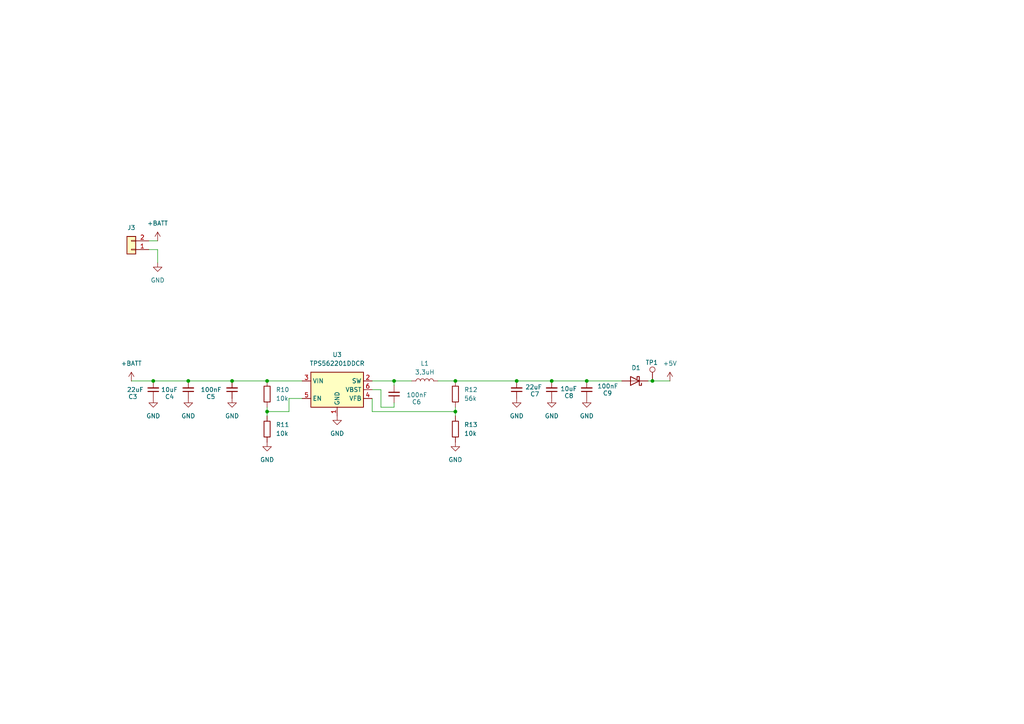
<source format=kicad_sch>
(kicad_sch (version 20250114) (generator "eeschema") (generator_version "9.0")
  (paper "A4")
  (lib_symbols
    (symbol "+5V_1" (power) (pin_numbers (hide yes)) (pin_names (offset 0) (hide yes))
      (property "Value" "+5V" (at 0 3.556 0))
      (symbol "+5V_1_0_1"
        (polyline (pts (xy -0.762 1.27) (xy 0 2.54)))
        (polyline (pts (xy 0 2.54) (xy 0.762 1.27)))
        (polyline (pts (xy 0 0) (xy 0 2.54)))
      )
      (symbol "+5V_1_1_1"
        (pin power_in line (at 0 0 90) (length 0) (name "~") (number "1"))
      )
    )
    (symbol "Connector:TestPoint" (pin_numbers (hide yes)) (pin_names (offset 0.762) (hide yes))
      (property "Reference" "TP" (at 0 6.858 0))
      (property "Value" "TestPoint" (at 0 5.08 0))
      (symbol "TestPoint_0_1"
        (circle (center 0 3.302) (radius 0.762))
      )
      (symbol "TestPoint_1_1"
        (pin passive line (at 0 0 90) (length 2.54) (name "1") (number "1"))
      )
    )
    (symbol "Connector_Generic:Conn_01x02" (pin_names (offset 1.016) (hide yes))
      (property "Reference" "J" (at 0 2.54 0))
      (property "Value" "Conn_01x02" (at 0 -5.08 0))
      (symbol "Conn_01x02_1_1"
        (rectangle (start -1.27 1.27) (end 1.27 -3.81) (stroke (width 0.254)) (fill (type background)))
        (rectangle (start -1.27 0.127) (end 0 -0.127) (stroke (width 0.1524)))
        (rectangle (start -1.27 -2.413) (end 0 -2.667) (stroke (width 0.1524)))
        (pin passive line (at -5.08 0 0) (length 3.81) (name "Pin_1") (number "1"))
        (pin passive line (at -5.08 -2.54 0) (length 3.81) (name "Pin_2") (number "2"))
      )
    )
    (symbol "Device:C_Small" (pin_numbers (hide yes)) (pin_names (offset 0.254) (hide yes))
      (property "Reference" "C" (at 0.254 1.778 0))
      (property "Value" "C_Small" (at 0.254 -2.032 0))
      (symbol "C_Small_0_1"
        (polyline (pts (xy -1.524 0.508) (xy 1.524 0.508)) (stroke (width 0.3048)))
        (polyline (pts (xy -1.524 -0.508) (xy 1.524 -0.508)) (stroke (width 0.3302)))
      )
      (symbol "C_Small_1_1"
        (pin passive line (at 0 2.54 270) (length 2.032) (name "~") (number "1"))
        (pin passive line (at 0 -2.54 90) (length 2.032) (name "~") (number "2"))
      )
    )
    (symbol "Device:D_Schottky" (pin_numbers (hide yes)) (pin_names (offset 1.016) (hide yes))
      (property "Reference" "D" (at 0 2.54 0))
      (property "Value" "D_Schottky" (at 0 -2.54 0))
      (symbol "D_Schottky_0_1"
        (polyline (pts (xy -1.905 0.635) (xy -1.905 1.27) (xy -1.27 1.27) (xy -1.27 -1.27) (xy -0.635 -1.27) (xy -0.635 -0.635)) (stroke (width 0.254)))
        (polyline (pts (xy 1.27 1.27) (xy 1.27 -1.27) (xy -1.27 0) (xy 1.27 1.27)) (stroke (width 0.254)))
        (polyline (pts (xy 1.27 0) (xy -1.27 0)))
      )
      (symbol "D_Schottky_1_1"
        (pin passive line (at -3.81 0 0) (length 2.54) (name "K") (number "1"))
        (pin passive line (at 3.81 0 180) (length 2.54) (name "A") (number "2"))
      )
    )
    (symbol "Device:L" (pin_numbers (hide yes)) (pin_names (offset 1.016) (hide yes))
      (property "Reference" "L" (at -1.27 0 90))
      (property "Value" "L" (at 1.905 0 90))
      (symbol "L_0_1"
        (arc (start 0 2.54) (mid 0.6323 1.905) (end 0 1.27))
        (arc (start 0 1.27) (mid 0.6323 0.635) (end 0 0))
        (arc (start 0 0) (mid 0.6323 -0.635) (end 0 -1.27))
        (arc (start 0 -1.27) (mid 0.6323 -1.905) (end 0 -2.54))
      )
      (symbol "L_1_1"
        (pin passive line (at 0 3.81 270) (length 1.27) (name "1") (number "1"))
        (pin passive line (at 0 -3.81 90) (length 1.27) (name "2") (number "2"))
      )
    )
    (symbol "PCM_SL_Resistors:Resistor"
      (property "Reference" "R" (at 0 5.08 0))
      (property "Value" "Resistor" (at 0 2.54 0))
      (symbol "Resistor_0_1"
        (rectangle (start -2.286 0.889) (end 2.286 -0.889) (stroke (width 0.24)))
      )
      (symbol "Resistor_1_1"
        (pin passive line (at -3.81 0 0) (length 1.5) (name "") (number "1"))
        (pin passive line (at 3.81 0 180) (length 1.5) (name "~") (number "2"))
      )
    )
    (symbol "Regulator_Switching:TPS562200"
      (property "Reference" "U" (at -7.62 6.35 0))
      (property "Value" "TPS562200" (at -2.54 6.35 0))
      (symbol "TPS562200_0_1"
        (rectangle (start -7.62 5.08) (end 7.62 -5.08) (stroke (width 0.254)) (fill (type background)))
      )
      (symbol "TPS562200_1_1"
        (pin power_in line (at -10.16 2.54 0) (length 2.54) (name "VIN") (number "3"))
        (pin input line (at -10.16 -2.54 0) (length 2.54) (name "EN") (number "5"))
        (pin power_in line (at 0 -7.62 90) (length 2.54) (name "GND") (number "1"))
        (pin output line (at 10.16 2.54 180) (length 2.54) (name "SW") (number "2"))
        (pin passive line (at 10.16 0 180) (length 2.54) (name "VBST") (number "6"))
        (pin input line (at 10.16 -2.54 180) (length 2.54) (name "VFB") (number "4"))
      )
    )
    (symbol "power:+BATT" (power) (pin_numbers (hide yes)) (pin_names (offset 0) (hide yes))
      (property "Value" "+BATT" (at 0 3.556 0))
      (symbol "+BATT_0_1"
        (polyline (pts (xy -0.762 1.27) (xy 0 2.54)))
        (polyline (pts (xy 0 2.54) (xy 0.762 1.27)))
        (polyline (pts (xy 0 0) (xy 0 2.54)))
      )
      (symbol "+BATT_1_1"
        (pin power_in line (at 0 0 90) (length 0) (name "~") (number "1"))
      )
    )
    (symbol "power:GND" (power) (pin_names (offset 0))
      (property "Value" "GND" (at 0 -3.81 0))
      (symbol "GND_0_1"
        (polyline (pts (xy 0 0) (xy 0 -1.27) (xy 1.27 -1.27) (xy 0 -2.54) (xy -1.27 -1.27) (xy 0 -1.27)))
      )
      (symbol "GND_1_1"
        (pin power_in line (at 0 0 270) (length 0) (hide yes) (name "GND") (number "1"))
      )
    )
  )
  (junction (at 132.08 110.49))
  (junction (at 54.61 110.49))
  (junction (at 160.02 110.49))
  (junction (at 44.45 110.49))
  (junction (at 114.3 110.49))
  (junction (at 189.23 110.49))
  (junction (at 77.47 110.49))
  (junction (at 132.08 119.38))
  (junction (at 149.86 110.49))
  (junction (at 67.31 110.49))
  (junction (at 77.47 119.38))
  (junction (at 170.18 110.49))
  (wire (pts (xy 45.72 69.85) (xy 43.18 69.85)))
  (wire (pts (xy 44.45 110.49) (xy 54.61 110.49)))
  (wire (pts (xy 149.86 110.49) (xy 160.02 110.49)))
  (wire (pts (xy 77.47 119.38) (xy 77.47 120.65)))
  (wire (pts (xy 132.08 118.11) (xy 132.08 119.38)))
  (wire (pts (xy 107.95 113.03) (xy 110.49 113.03)))
  (wire (pts (xy 87.63 115.57) (xy 83.82 115.57)))
  (wire (pts (xy 132.08 110.49) (xy 149.86 110.49)))
  (wire (pts (xy 45.72 72.39) (xy 45.72 76.2)))
  (wire (pts (xy 114.3 110.49) (xy 107.95 110.49)))
  (wire (pts (xy 160.02 110.49) (xy 170.18 110.49)))
  (wire (pts (xy 67.31 110.49) (xy 77.47 110.49)))
  (wire (pts (xy 54.61 110.49) (xy 67.31 110.49)))
  (wire (pts (xy 107.95 115.57) (xy 107.95 119.38)))
  (wire (pts (xy 114.3 118.11) (xy 114.3 116.84)))
  (wire (pts (xy 170.18 110.49) (xy 180.34 110.49)))
  (wire (pts (xy 114.3 110.49) (xy 114.3 111.76)))
  (wire (pts (xy 127 110.49) (xy 132.08 110.49)))
  (wire (pts (xy 77.47 110.49) (xy 87.63 110.49)))
  (wire (pts (xy 119.38 110.49) (xy 114.3 110.49)))
  (wire (pts (xy 38.1 110.49) (xy 44.45 110.49)))
  (wire (pts (xy 107.95 119.38) (xy 132.08 119.38)))
  (wire (pts (xy 83.82 119.38) (xy 77.47 119.38)))
  (wire (pts (xy 194.31 110.49) (xy 189.23 110.49)))
  (wire (pts (xy 77.47 118.11) (xy 77.47 119.38)))
  (wire (pts (xy 110.49 118.11) (xy 114.3 118.11)))
  (wire (pts (xy 43.18 72.39) (xy 45.72 72.39)))
  (wire (pts (xy 189.23 110.49) (xy 187.96 110.49)))
  (wire (pts (xy 83.82 115.57) (xy 83.82 119.38)))
  (wire (pts (xy 110.49 113.03) (xy 110.49 118.11)))
  (wire (pts (xy 132.08 119.38) (xy 132.08 120.65)))
  (symbol (lib_id "Device:L") (at 123.19 110.49 90) (unit 1)
    (property "Reference" "L1" (at 123.19 105.41 90))
    (property "Value" "3,3uH" (at 123.19 107.95 90))
    (property "Footprint" "footprint_lib:HPI0-3R3" (effects (hide yes)))
    (property "Datasheet" "https://www.tme.eu/Document/e149c9d15a89ae101acf458935804ce7/HPI0530.pdf" (effects (hide yes)))
    (property "Description" "3,5A ISAT" (effects (hide yes)))
    (property "LCSC" "C408410" (effects (hide yes)))
  )
  (symbol (lib_id "Device:C_Small") (at 170.18 113.03 180) (unit 1)
    (property "Reference" "C9" (at 177.546 114.046 0) (effects (justify left)))
    (property "Value" "100nF" (at 179.324 112.014 0) (effects (justify left)))
    (property "Footprint" "Capacitor_SMD:C_0603_1608Metric_Pad1.08x0.95mm_HandSolder" (effects (hide yes)))
    (property "Description" "Unpolarized capacitor, small symbol" (effects (hide yes)))
    (property "LCSC" "C14663" (effects (hide yes)))
  )
  (symbol (lib_id "Connector:TestPoint") (at 189.23 110.49 0) (unit 1)
    (property "Reference" "TP1" (at 187.198 105.156 0) (effects (justify left)))
    (property "Value" "TestPoint" (effects (hide yes)))
    (property "Footprint" "TestPoint:TestPoint_Pad_D2.0mm" (effects (hide yes)))
    (property "Description" "test point" (effects (hide yes)))
  )
  (symbol (lib_id "power:GND") (at 44.45 115.57 0) (unit 1)
    (property "Reference" "#PWR019" (effects (hide yes)))
    (property "Value" "GND" (at 44.45 120.65 0))
    (property "Description" "Power symbol creates a global label with name \"GND\" , ground" (effects (hide yes)))
  )
  (symbol (lib_id "power:GND") (at 97.79 120.65 0) (unit 1)
    (property "Reference" "#PWR025" (effects (hide yes)))
    (property "Value" "GND" (at 97.79 125.73 0))
    (property "Description" "Power symbol creates a global label with name \"GND\" , ground" (effects (hide yes)))
  )
  (symbol (lib_id "Device:C_Small") (at 44.45 113.03 180) (unit 1)
    (property "Reference" "C3" (at 39.878 115.062 0) (effects (justify left)))
    (property "Value" "22uF" (at 41.656 113.03 0) (effects (justify left)))
    (property "Footprint" "Capacitor_SMD:C_0805_2012Metric_Pad1.18x1.45mm_HandSolder" (effects (hide yes)))
    (property "Description" "Unpolarized capacitor, small symbol" (effects (hide yes)))
    (property "LCSC" "C96446" (effects (hide yes)))
  )
  (symbol (lib_id "power:GND") (at 160.02 115.57 0) (unit 1)
    (property "Reference" "#PWR028" (effects (hide yes)))
    (property "Value" "GND" (at 160.02 120.65 0))
    (property "Description" "Power symbol creates a global label with name \"GND\" , ground" (effects (hide yes)))
  )
  (symbol (lib_id "Device:D_Schottky") (at 184.15 110.49 180) (unit 1)
    (property "Reference" "D1" (at 184.4675 106.68 0))
    (property "Value" "D_Schottky" (effects (hide yes)))
    (property "Footprint" "Diode_SMD:D_SOD-123F" (effects (hide yes)))
    (property "Description" "Schottky diode" (effects (hide yes)))
  )
  (symbol (lib_id "power:GND") (at 149.86 115.57 0) (unit 1)
    (property "Reference" "#PWR027" (effects (hide yes)))
    (property "Value" "GND" (at 149.86 120.65 0))
    (property "Description" "Power symbol creates a global label with name \"GND\" , ground" (effects (hide yes)))
  )
  (symbol (lib_id "power:+BATT") (at 38.1 110.49 0) (unit 1)
    (property "Reference" "#PWR018" (effects (hide yes)))
    (property "Value" "+BATT" (at 38.1 105.41 0))
    (property "Description" "Power symbol creates a global label with name \"+BATT\"" (effects (hide yes)))
  )
  (symbol (lib_id "power:GND") (at 67.31 115.57 0) (unit 1)
    (property "Reference" "#PWR023" (effects (hide yes)))
    (property "Value" "GND" (at 67.31 120.65 0))
    (property "Description" "Power symbol creates a global label with name \"GND\" , ground" (effects (hide yes)))
  )
  (symbol (lib_id "power:GND") (at 170.18 115.57 0) (unit 1)
    (property "Reference" "#PWR029" (effects (hide yes)))
    (property "Value" "GND" (at 170.18 120.65 0))
    (property "Description" "Power symbol creates a global label with name \"GND\" , ground" (effects (hide yes)))
  )
  (symbol (lib_id "Regulator_Switching:TPS562200") (at 97.79 113.03 0) (unit 1)
    (property "Reference" "U3" (at 97.79 102.87 0))
    (property "Value" "TPS562201DDCR" (at 97.79 105.41 0))
    (property "Footprint" "Package_TO_SOT_SMD:SOT-23-6_Handsoldering" (effects (hide yes)))
    (property "Datasheet" "http://www.ti.com/lit/ds/symlink/tps563200.pdf" (effects (hide yes)))
    (property "Description" "2A Synchronous Step-Down Voltage Regulator, Adjustable Output Voltage, 4.5-17V Input Voltage, SOT-23-6" (effects (hide yes)))
    (property "LCSC" "C90061" (effects (hide yes)))
  )
  (symbol (lib_id "power:GND") (at 54.61 115.57 0) (unit 1)
    (property "Reference" "#PWR022" (effects (hide yes)))
    (property "Value" "GND" (at 54.61 120.65 0))
    (property "Description" "Power symbol creates a global label with name \"GND\" , ground" (effects (hide yes)))
  )
  (symbol (lib_id "power:GND") (at 77.47 128.27 0) (unit 1)
    (property "Reference" "#PWR024" (effects (hide yes)))
    (property "Value" "GND" (at 77.47 133.35 0))
    (property "Description" "Power symbol creates a global label with name \"GND\" , ground" (effects (hide yes)))
  )
  (symbol (lib_id "power:+BATT") (at 45.72 69.85 0) (unit 1)
    (property "Reference" "#PWR020" (effects (hide yes)))
    (property "Value" "+BATT" (at 45.72 64.77 0))
    (property "Description" "Power symbol creates a global label with name \"+BATT\"" (effects (hide yes)))
  )
  (symbol (lib_id "PCM_SL_Resistors:Resistor") (at 77.47 114.3 90) (unit 1)
    (property "Reference" "R10" (at 80.01 113.0299 90) (effects (justify right)))
    (property "Value" "10k" (at 80.01 115.5699 90) (effects (justify right)))
    (property "Footprint" "Resistor_SMD:R_0603_1608Metric_Pad0.98x0.95mm_HandSolder" (effects (hide yes)))
    (property "Description" "1/4W Resistor" (effects (hide yes)))
    (property "LCSC" "C25804" (effects (hide yes)))
  )
  (symbol (lib_id "Device:C_Small") (at 160.02 113.03 180) (unit 1)
    (property "Reference" "C8" (at 166.37 114.808 0) (effects (justify left)))
    (property "Value" "10uF" (at 167.386 112.776 0) (effects (justify left)))
    (property "Footprint" "Capacitor_SMD:C_0603_1608Metric_Pad1.08x0.95mm_HandSolder" (effects (hide yes)))
    (property "Description" "Unpolarized capacitor, small symbol" (effects (hide yes)))
    (property "LCSC" "C45783" (effects (hide yes)))
  )
  (symbol (lib_name "+5V_1") (lib_id "power:+5V") (at 194.31 110.49 0) (unit 1)
    (property "Reference" "#PWR030" (effects (hide yes)))
    (property "Value" "+5V" (at 194.31 105.41 0))
    (property "Description" "Power symbol creates a global label with name \"+5V\"" (effects (hide yes)))
  )
  (symbol (lib_id "PCM_SL_Resistors:Resistor") (at 77.47 124.46 90) (unit 1)
    (property "Reference" "R11" (at 80.01 123.1899 90) (effects (justify right)))
    (property "Value" "10k" (at 80.01 125.7299 90) (effects (justify right)))
    (property "Footprint" "Resistor_SMD:R_0603_1608Metric_Pad0.98x0.95mm_HandSolder" (effects (hide yes)))
    (property "Description" "1/4W Resistor" (effects (hide yes)))
    (property "LCSC" "C25804" (effects (hide yes)))
  )
  (symbol (lib_id "Device:C_Small") (at 149.86 113.03 180) (unit 1)
    (property "Reference" "C7" (at 156.464 114.3 0) (effects (justify left)))
    (property "Value" "22uF" (at 157.226 112.268 0) (effects (justify left)))
    (property "Footprint" "Capacitor_SMD:C_0805_2012Metric_Pad1.18x1.45mm_HandSolder" (effects (hide yes)))
    (property "Description" "Unpolarized capacitor, small symbol" (effects (hide yes)))
    (property "LCSC" "C96446" (effects (hide yes)))
  )
  (symbol (lib_id "power:GND") (at 132.08 128.27 0) (unit 1)
    (property "Reference" "#PWR026" (effects (hide yes)))
    (property "Value" "GND" (at 132.08 133.35 0))
    (property "Description" "Power symbol creates a global label with name \"GND\" , ground" (effects (hide yes)))
  )
  (symbol (lib_id "Device:C_Small") (at 67.31 113.03 180) (unit 1)
    (property "Reference" "C5" (at 62.484 115.062 0) (effects (justify left)))
    (property "Value" "100nF" (at 64.262 113.03 0) (effects (justify left)))
    (property "Footprint" "Capacitor_SMD:C_0603_1608Metric_Pad1.08x0.95mm_HandSolder" (effects (hide yes)))
    (property "Description" "Unpolarized capacitor, small symbol" (effects (hide yes)))
    (property "LCSC" "C14663" (effects (hide yes)))
  )
  (symbol (lib_id "PCM_SL_Resistors:Resistor") (at 132.08 114.3 90) (unit 1)
    (property "Reference" "R12" (at 134.62 113.0299 90) (effects (justify right)))
    (property "Value" "56k" (at 134.62 115.5699 90) (effects (justify right)))
    (property "Footprint" "Resistor_SMD:R_0603_1608Metric_Pad0.98x0.95mm_HandSolder" (effects (hide yes)))
    (property "Description" "1/4W Resistor" (effects (hide yes)))
  )
  (symbol (lib_id "PCM_SL_Resistors:Resistor") (at 132.08 124.46 90) (unit 1)
    (property "Reference" "R13" (at 134.62 123.1899 90) (effects (justify right)))
    (property "Value" "10k" (at 134.62 125.7299 90) (effects (justify right)))
    (property "Footprint" "Resistor_SMD:R_0603_1608Metric_Pad0.98x0.95mm_HandSolder" (effects (hide yes)))
    (property "Description" "1/4W Resistor" (effects (hide yes)))
    (property "LCSC" "C25804" (effects (hide yes)))
  )
  (symbol (lib_id "Connector_Generic:Conn_01x02") (at 38.1 72.39 180) (unit 1)
    (property "Reference" "J3" (at 38.1 66.04 0))
    (property "Value" "Conn_01x02" (effects (hide yes)))
    (property "Footprint" "Connector_PinHeader_2.54mm:PinHeader_1x02_P2.54mm_Horizontal" (effects (hide yes)))
    (property "Description" "Generic connector, single row, 01x02, script generated (kicad-library-utils/schlib/autogen/connector/)" (effects (hide yes)))
  )
  (symbol (lib_id "Device:C_Small") (at 54.61 113.03 180) (unit 1)
    (property "Reference" "C4" (at 50.546 115.062 0) (effects (justify left)))
    (property "Value" "10uF" (at 51.562 113.03 0) (effects (justify left)))
    (property "Footprint" "Capacitor_SMD:C_0603_1608Metric_Pad1.08x0.95mm_HandSolder" (effects (hide yes)))
    (property "Description" "Unpolarized capacitor, small symbol" (effects (hide yes)))
    (property "LCSC" "C45783" (effects (hide yes)))
  )
  (symbol (lib_id "power:GND") (at 45.72 76.2 0) (unit 1)
    (property "Reference" "#PWR021" (effects (hide yes)))
    (property "Value" "GND" (at 45.72 81.28 0))
    (property "Description" "Power symbol creates a global label with name \"GND\" , ground" (effects (hide yes)))
  )
  (symbol (lib_id "Device:C_Small") (at 114.3 114.3 180) (unit 1)
    (property "Reference" "C6" (at 122.174 116.586 0) (effects (justify left)))
    (property "Value" "100nF" (at 123.952 114.554 0) (effects (justify left)))
    (property "Footprint" "Capacitor_SMD:C_0603_1608Metric_Pad1.08x0.95mm_HandSolder" (effects (hide yes)))
    (property "Description" "Unpolarized capacitor, small symbol" (effects (hide yes)))
    (property "LCSC" "C14663" (effects (hide yes)))
  )
)
</source>
